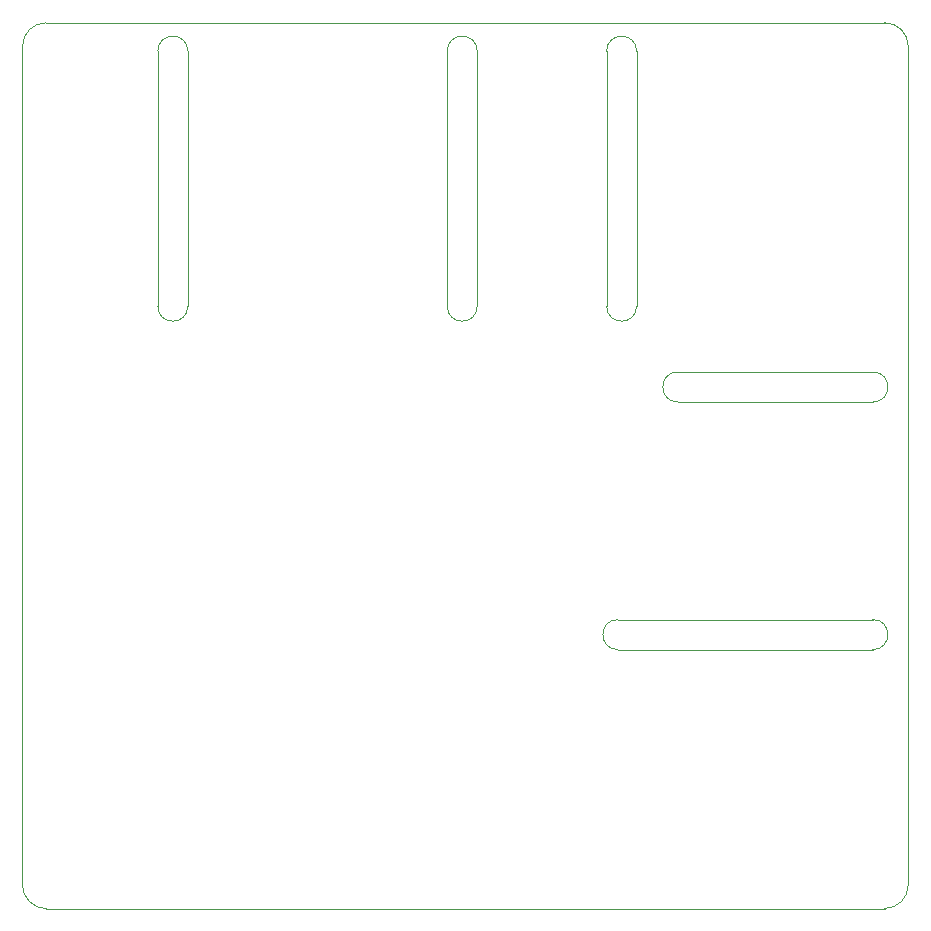
<source format=gbr>
%TF.GenerationSoftware,KiCad,Pcbnew,(6.0.1)*%
%TF.CreationDate,2023-02-05T16:51:08-08:00*%
%TF.ProjectId,Air Quality Sensor - R1,41697220-5175-4616-9c69-74792053656e,rev?*%
%TF.SameCoordinates,Original*%
%TF.FileFunction,Profile,NP*%
%FSLAX46Y46*%
G04 Gerber Fmt 4.6, Leading zero omitted, Abs format (unit mm)*
G04 Created by KiCad (PCBNEW (6.0.1)) date 2023-02-05 16:51:08*
%MOMM*%
%LPD*%
G01*
G04 APERTURE LIST*
%TA.AperFunction,Profile*%
%ADD10C,0.100000*%
%TD*%
%TA.AperFunction,Profile*%
%ADD11C,0.050000*%
%TD*%
G04 APERTURE END LIST*
D10*
X55484795Y45430900D02*
G75*
G03*
X55484795Y42890900I0J-1270000D01*
G01*
X35960000Y72590000D02*
X35960000Y51000000D01*
D11*
X75000000Y73000000D02*
G75*
G03*
X73000000Y75000000I-1999999J1D01*
G01*
D10*
X11460000Y51000000D02*
G75*
G03*
X14000000Y51000000I1270000J0D01*
G01*
X72000000Y21928598D02*
G75*
G03*
X72000000Y24468598I0J1270000D01*
G01*
X35960000Y51000000D02*
G75*
G03*
X38500000Y51000000I1270000J0D01*
G01*
X14000000Y51000000D02*
X14000000Y72590000D01*
D11*
X2000001Y74999999D02*
G75*
G03*
X1Y72999999I-1J-1999999D01*
G01*
X0Y2000000D02*
G75*
G03*
X2000000Y0I1999999J-1D01*
G01*
D10*
X72000000Y45430900D02*
X55484795Y45430900D01*
D11*
X2000000Y75000000D02*
X73000000Y75000000D01*
D10*
X38500000Y51000000D02*
X38500000Y72590000D01*
X55484795Y42890900D02*
X72000000Y42890900D01*
X72000000Y42890900D02*
G75*
G03*
X72000000Y45430900I0J1270000D01*
G01*
D11*
X73000000Y0D02*
X2000000Y0D01*
D10*
X11460000Y72590000D02*
X11460000Y51000000D01*
X49460000Y72590000D02*
X49460000Y51000000D01*
X14000000Y72590000D02*
G75*
G03*
X11460000Y72590000I-1270000J0D01*
G01*
X50410000Y21928598D02*
X72000000Y21928598D01*
X72000000Y24468598D02*
X50410000Y24468598D01*
X52000000Y51000000D02*
X52000000Y72590000D01*
X50410000Y24468598D02*
G75*
G03*
X50410000Y21928598I0J-1270000D01*
G01*
X52000000Y72590000D02*
G75*
G03*
X49460000Y72590000I-1270000J0D01*
G01*
D11*
X75000000Y73000000D02*
X75000000Y2000000D01*
D10*
X49460000Y51000000D02*
G75*
G03*
X52000000Y51000000I1270000J0D01*
G01*
X38500000Y72590000D02*
G75*
G03*
X35960000Y72590000I-1270000J0D01*
G01*
D11*
X0Y2000000D02*
X0Y73000000D01*
X73000000Y0D02*
G75*
G03*
X75000000Y2000000I1J1999999D01*
G01*
M02*

</source>
